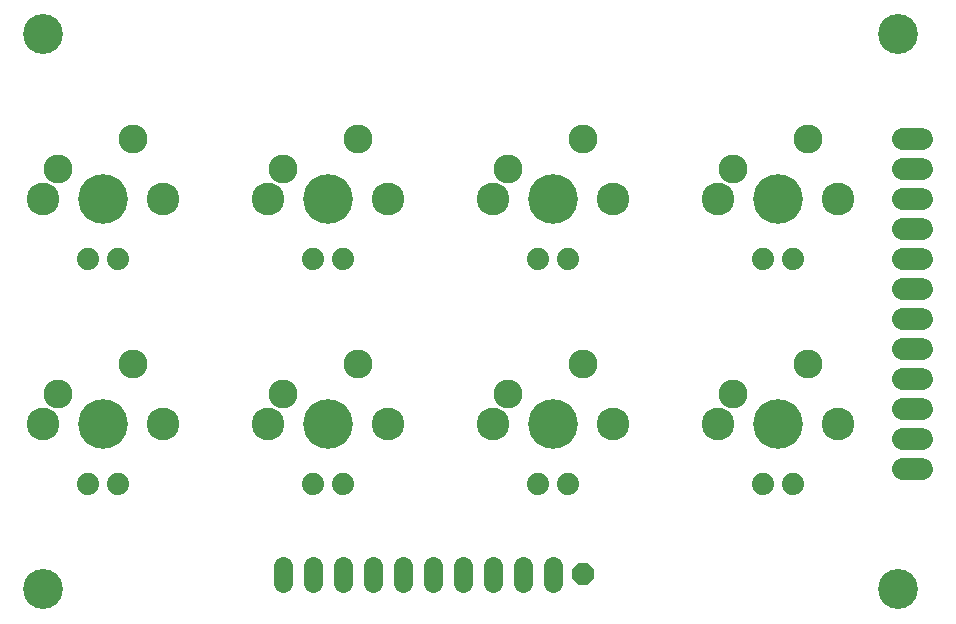
<source format=gbs>
G75*
%MOIN*%
%OFA0B0*%
%FSLAX24Y24*%
%IPPOS*%
%LPD*%
%AMOC8*
5,1,8,0,0,1.08239X$1,22.5*
%
%ADD10C,0.1330*%
%ADD11C,0.0966*%
%ADD12C,0.1092*%
%ADD13C,0.1655*%
%ADD14C,0.0740*%
%ADD15C,0.0720*%
%ADD16C,0.0640*%
%ADD17OC8,0.0720*%
D10*
X002180Y002180D03*
X002180Y020680D03*
X030680Y020680D03*
X030680Y002180D03*
D11*
X025180Y008680D03*
X027680Y009680D03*
X020180Y009680D03*
X017680Y008680D03*
X012680Y009680D03*
X010180Y008680D03*
X005180Y009680D03*
X002680Y008680D03*
X002680Y016180D03*
X005180Y017180D03*
X010180Y016180D03*
X012680Y017180D03*
X017680Y016180D03*
X020180Y017180D03*
X025180Y016180D03*
X027680Y017180D03*
D12*
X028680Y015180D03*
X024680Y015180D03*
X021180Y015180D03*
X017180Y015180D03*
X013680Y015180D03*
X009680Y015180D03*
X006180Y015180D03*
X002180Y015180D03*
X002180Y007680D03*
X006180Y007680D03*
X009680Y007680D03*
X013680Y007680D03*
X017180Y007680D03*
X021180Y007680D03*
X024680Y007680D03*
X028680Y007680D03*
D13*
X026680Y007680D03*
X019180Y007680D03*
X011680Y007680D03*
X004180Y007680D03*
X004180Y015180D03*
X011680Y015180D03*
X019180Y015180D03*
X026680Y015180D03*
D14*
X026180Y013180D03*
X027180Y013180D03*
X019680Y013180D03*
X018680Y013180D03*
X012180Y013180D03*
X011180Y013180D03*
X004680Y013180D03*
X003680Y013180D03*
X003680Y005680D03*
X004680Y005680D03*
X011180Y005680D03*
X012180Y005680D03*
X018680Y005680D03*
X019680Y005680D03*
X026180Y005680D03*
X027180Y005680D03*
D15*
X030860Y006180D02*
X031500Y006180D01*
X031500Y007180D02*
X030860Y007180D01*
X030860Y008180D02*
X031500Y008180D01*
X031500Y009180D02*
X030860Y009180D01*
X030860Y010180D02*
X031500Y010180D01*
X031500Y011180D02*
X030860Y011180D01*
X030860Y012180D02*
X031500Y012180D01*
X031500Y013180D02*
X030860Y013180D01*
X030860Y014180D02*
X031500Y014180D01*
X031500Y015180D02*
X030860Y015180D01*
X030860Y016180D02*
X031500Y016180D01*
X031500Y017180D02*
X030860Y017180D01*
D16*
X019180Y002960D02*
X019180Y002400D01*
X018180Y002400D02*
X018180Y002960D01*
X017180Y002960D02*
X017180Y002400D01*
X016180Y002400D02*
X016180Y002960D01*
X015180Y002960D02*
X015180Y002400D01*
X014180Y002400D02*
X014180Y002960D01*
X013180Y002960D02*
X013180Y002400D01*
X012180Y002400D02*
X012180Y002960D01*
X011180Y002960D02*
X011180Y002400D01*
X010180Y002400D02*
X010180Y002960D01*
D17*
X020180Y002680D03*
M02*

</source>
